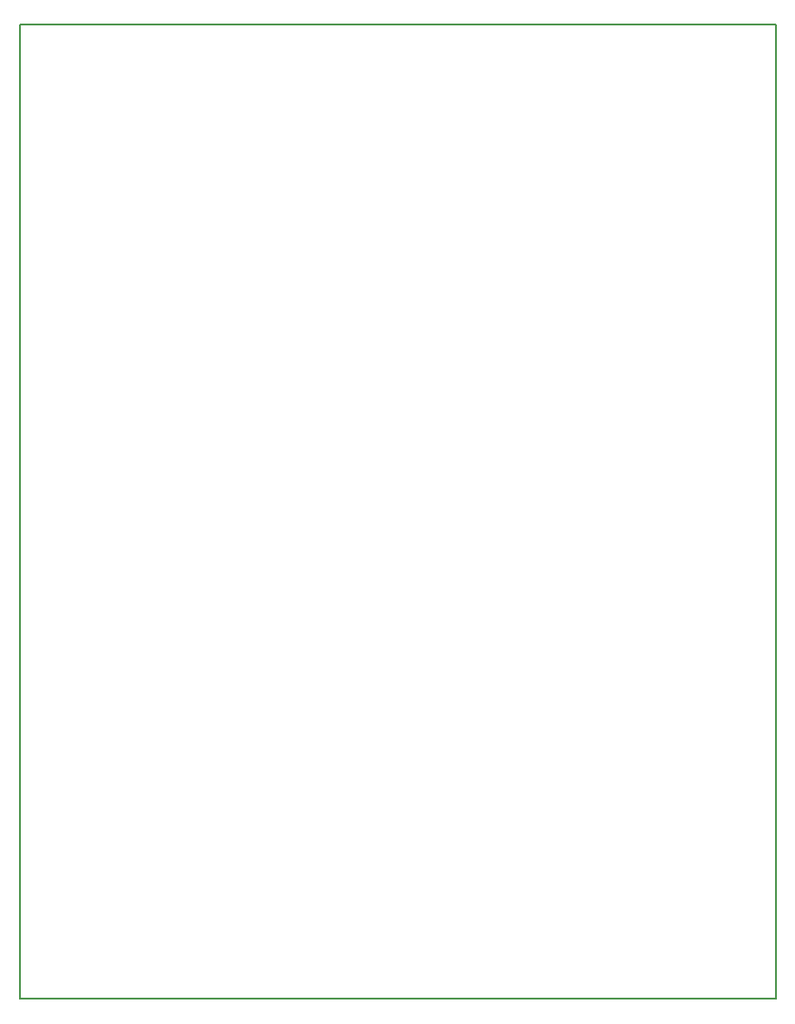
<source format=gbr>
%TF.GenerationSoftware,KiCad,Pcbnew,6.0.11+dfsg-1~bpo11+1*%
%TF.CreationDate,2023-05-28T01:25:56+00:00*%
%TF.ProjectId,ISO11446PWR01,49534f31-3134-4343-9650-575230312e6b,rev?*%
%TF.SameCoordinates,Original*%
%TF.FileFunction,Profile,NP*%
%FSLAX46Y46*%
G04 Gerber Fmt 4.6, Leading zero omitted, Abs format (unit mm)*
G04 Created by KiCad (PCBNEW 6.0.11+dfsg-1~bpo11+1) date 2023-05-28 01:25:56*
%MOMM*%
%LPD*%
G01*
G04 APERTURE LIST*
%TA.AperFunction,Profile*%
%ADD10C,0.150000*%
%TD*%
G04 APERTURE END LIST*
D10*
X5334000Y96266000D02*
X75946000Y96266000D01*
X75946000Y96266000D02*
X75946000Y5334000D01*
X75946000Y5334000D02*
X5334000Y5334000D01*
X5334000Y5334000D02*
X5334000Y96266000D01*
M02*

</source>
